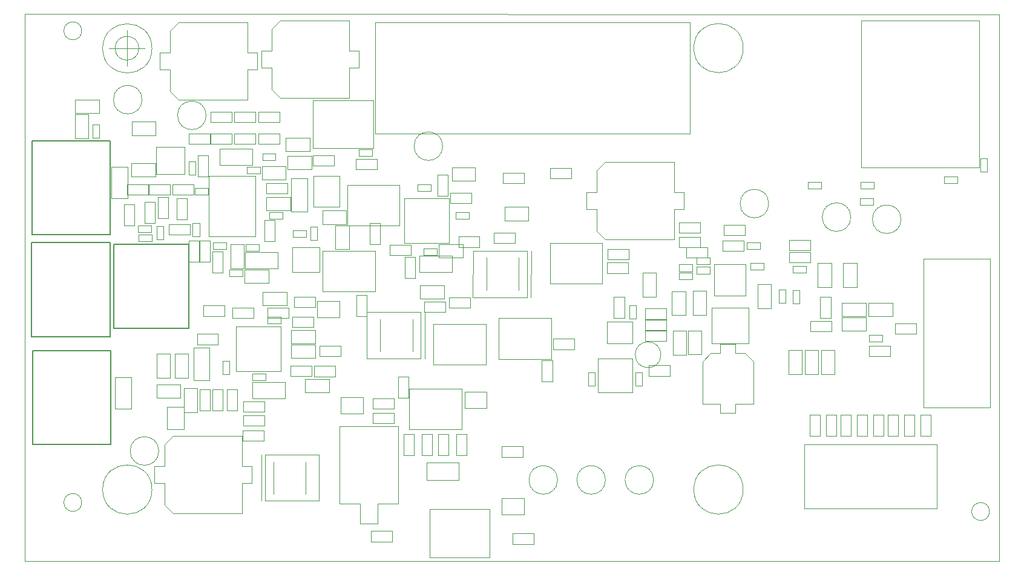
<source format=gbr>
G04 #@! TF.GenerationSoftware,KiCad,Pcbnew,(5.1.2)-1*
G04 #@! TF.CreationDate,2021-03-19T08:47:40+05:45*
G04 #@! TF.ProjectId,Pufferfish-Power-MCU,50756666-6572-4666-9973-682d506f7765,0.0*
G04 #@! TF.SameCoordinates,Original*
G04 #@! TF.FileFunction,Other,User*
%FSLAX46Y46*%
G04 Gerber Fmt 4.6, Leading zero omitted, Abs format (unit mm)*
G04 Created by KiCad (PCBNEW (5.1.2)-1) date 2021-03-19 08:47:40*
%MOMM*%
%LPD*%
G04 APERTURE LIST*
%ADD10C,0.100000*%
%ADD11C,0.010000*%
%ADD12C,0.050000*%
%ADD13C,0.152400*%
%ADD14C,0.120000*%
%ADD15C,0.127000*%
G04 APERTURE END LIST*
D10*
X203287400Y-43052600D02*
X66977400Y-42972600D01*
X203287400Y-119552600D02*
X203287400Y-43052600D01*
X66977400Y-119552600D02*
X203287400Y-119552600D01*
X66977400Y-42972600D02*
X66977400Y-119552600D01*
X82946666Y-47752000D02*
G75*
G03X82946666Y-47752000I-1666666J0D01*
G01*
X78780000Y-47752000D02*
X83780000Y-47752000D01*
X81280000Y-45252000D02*
X81280000Y-50252000D01*
D11*
G04 #@! TO.C,U10*
X140437400Y-80742600D02*
X147787400Y-80742600D01*
X140437400Y-75042600D02*
X140437400Y-80742600D01*
X147787400Y-75042600D02*
X140437400Y-75042600D01*
X147787400Y-80742600D02*
X147787400Y-75042600D01*
G04 #@! TO.C,U9*
X124157400Y-92072600D02*
X131507400Y-92072600D01*
X124157400Y-86372600D02*
X124157400Y-92072600D01*
X131507400Y-86372600D02*
X124157400Y-86372600D01*
X131507400Y-92072600D02*
X131507400Y-86372600D01*
G04 #@! TO.C,U8*
X119437400Y-66882600D02*
X112087400Y-66882600D01*
X119437400Y-72582600D02*
X119437400Y-66882600D01*
X112087400Y-72582600D02*
X119437400Y-72582600D01*
X112087400Y-66882600D02*
X112087400Y-72582600D01*
G04 #@! TO.C,U7*
X108637400Y-81842600D02*
X115987400Y-81842600D01*
X108637400Y-76142600D02*
X108637400Y-81842600D01*
X115987400Y-76142600D02*
X108637400Y-76142600D01*
X115987400Y-81842600D02*
X115987400Y-76142600D01*
G04 #@! TO.C,Q6*
X120767400Y-101122600D02*
X128117400Y-101122600D01*
X120767400Y-95422600D02*
X120767400Y-101122600D01*
X128117400Y-95422600D02*
X120767400Y-95422600D01*
X128117400Y-101122600D02*
X128117400Y-95422600D01*
G04 #@! TO.C,Q5*
X133267400Y-91262600D02*
X140617400Y-91262600D01*
X133267400Y-85562600D02*
X133267400Y-91262600D01*
X140617400Y-85562600D02*
X133267400Y-85562600D01*
X140617400Y-91262600D02*
X140617400Y-85562600D01*
D12*
G04 #@! TO.C,D2*
X81908600Y-93808300D02*
X79608600Y-93808300D01*
X79608600Y-98208300D02*
X79608600Y-93808300D01*
X81908600Y-98208300D02*
X79608600Y-98208300D01*
X81908600Y-93808300D02*
X81908600Y-98208300D01*
G04 #@! TO.C,D1*
X81414000Y-64348000D02*
X79114000Y-64348000D01*
X79114000Y-68748000D02*
X79114000Y-64348000D01*
X81414000Y-68748000D02*
X79114000Y-68748000D01*
X81414000Y-64348000D02*
X81414000Y-68748000D01*
G04 #@! TO.C,P1*
X192678000Y-98060000D02*
X192678000Y-77200000D01*
X192678000Y-77200000D02*
X202038000Y-77200000D01*
X202038000Y-77200000D02*
X202038000Y-98060000D01*
X202038000Y-98060000D02*
X192678000Y-98060000D01*
D13*
G04 #@! TO.C,J5*
X78948802Y-73848288D02*
X78948802Y-60708310D01*
X68008801Y-73848288D02*
X78948802Y-73848288D01*
X68008801Y-60708310D02*
X68008801Y-73848288D01*
X78948802Y-60708310D02*
X68008801Y-60708310D01*
G04 #@! TO.C,J4*
X78897402Y-88132588D02*
X78897402Y-74992610D01*
X67957401Y-88132588D02*
X78897402Y-88132588D01*
X67957401Y-74992610D02*
X67957401Y-88132588D01*
X78897402Y-74992610D02*
X67957401Y-74992610D01*
G04 #@! TO.C,J6*
X78987402Y-90092610D02*
X68047401Y-90092610D01*
X68047401Y-90092610D02*
X68047401Y-103232588D01*
X68047401Y-103232588D02*
X78987402Y-103232588D01*
X78987402Y-103232588D02*
X78987402Y-90092610D01*
D12*
G04 #@! TO.C,C90*
X126206000Y-65449000D02*
X126206000Y-68409000D01*
X124746000Y-65449000D02*
X126206000Y-65449000D01*
X124746000Y-68409000D02*
X124746000Y-65449000D01*
X126206000Y-68409000D02*
X124746000Y-68409000D01*
G04 #@! TO.C,TP4*
X155978000Y-90678000D02*
G75*
G03X155978000Y-90678000I-1800000J0D01*
G01*
D14*
G04 #@! TO.C,L4*
X100087400Y-104647600D02*
X100087400Y-104697600D01*
X100087400Y-111097600D02*
X100087400Y-104647600D01*
X108137400Y-104647600D02*
X108137400Y-111147600D01*
X100637400Y-104647600D02*
X108137400Y-104647600D01*
X100637400Y-111147600D02*
X100637400Y-104647600D01*
D12*
X101777400Y-110177600D02*
X101777400Y-105657600D01*
X106297400Y-105657600D02*
X106297400Y-110177600D01*
D14*
X108137400Y-111147600D02*
X100637400Y-111147600D01*
D12*
G04 #@! TO.C,R26*
X153802400Y-85797600D02*
X156762400Y-85797600D01*
X153802400Y-87257600D02*
X153802400Y-85797600D01*
X156762400Y-87257600D02*
X153802400Y-87257600D01*
X156762400Y-85797600D02*
X156762400Y-87257600D01*
G04 #@! TO.C,F1*
X160005400Y-59676600D02*
X116005400Y-59676600D01*
X160005400Y-59676600D02*
X160005400Y-44176600D01*
X116005400Y-44176600D02*
X116005400Y-59676600D01*
X116005400Y-44176600D02*
X160005400Y-44176600D01*
G04 #@! TO.C,C24*
X85148000Y-108642000D02*
X86548000Y-108642000D01*
X85148000Y-106242000D02*
X85148000Y-108642000D01*
X86548000Y-106242000D02*
X85148000Y-106242000D01*
X86548000Y-108642000D02*
X86548000Y-111692000D01*
X86548000Y-103192000D02*
X86548000Y-106242000D01*
X86548000Y-103192000D02*
X87698000Y-102042000D01*
X86548000Y-111692000D02*
X87698000Y-112842000D01*
X87698000Y-102042000D02*
X97348000Y-102042000D01*
X87698000Y-112842000D02*
X97348000Y-112842000D01*
X97348000Y-108642000D02*
X97348000Y-112842000D01*
X98748000Y-108642000D02*
X97348000Y-108642000D01*
X98748000Y-106242000D02*
X98748000Y-108642000D01*
X97348000Y-106242000D02*
X98748000Y-106242000D01*
X97348000Y-102042000D02*
X97348000Y-106242000D01*
G04 #@! TO.C,FID1*
X201947400Y-112632600D02*
G75*
G03X201947400Y-112632600I-1250000J0D01*
G01*
X74947400Y-111362600D02*
G75*
G03X74947400Y-111362600I-1250000J0D01*
G01*
D15*
G04 #@! TO.C,L3*
X89950000Y-87000000D02*
X89950000Y-75200000D01*
X89950000Y-75200000D02*
X79450000Y-75200000D01*
X79450000Y-75200000D02*
X79450000Y-87000000D01*
X79450000Y-87000000D02*
X89950000Y-87000000D01*
D14*
G04 #@! TO.C,L5*
X122961400Y-84714100D02*
X122948700Y-91241900D01*
X114808000Y-91241900D02*
X114858800Y-84726800D01*
X122364500Y-91241900D02*
X114808000Y-91241900D01*
X122364500Y-84726800D02*
X122364500Y-91241900D01*
X114858800Y-84726800D02*
X122364500Y-84726800D01*
D12*
X121224000Y-85677600D02*
X121224000Y-90197600D01*
X116704000Y-90197600D02*
X116704000Y-85677600D01*
D14*
G04 #@! TO.C,L6*
X137820400Y-76136500D02*
X137807700Y-82664300D01*
X129667000Y-82664300D02*
X129717800Y-76149200D01*
X137223500Y-82664300D02*
X129667000Y-82664300D01*
X137223500Y-76149200D02*
X137223500Y-82664300D01*
X129717800Y-76149200D02*
X137223500Y-76149200D01*
D12*
X136083000Y-77100000D02*
X136083000Y-81620000D01*
X131563000Y-81620000D02*
X131563000Y-77100000D01*
G04 #@! TO.C,J2*
X176033000Y-103196000D02*
X176033000Y-112196000D01*
X194553000Y-103196000D02*
X176033000Y-103196000D01*
X194553000Y-112196000D02*
X194553000Y-103196000D01*
X176033000Y-112196000D02*
X194553000Y-112196000D01*
G04 #@! TO.C,C15*
X94710000Y-76244000D02*
X94710000Y-79204000D01*
X93250000Y-76244000D02*
X94710000Y-76244000D01*
X93250000Y-79204000D02*
X93250000Y-76244000D01*
X94710000Y-79204000D02*
X93250000Y-79204000D01*
G04 #@! TO.C,C80*
X102784000Y-86322000D02*
X100924000Y-86322000D01*
X102784000Y-85382000D02*
X102784000Y-86322000D01*
X100924000Y-85382000D02*
X102784000Y-85382000D01*
X100924000Y-86322000D02*
X100924000Y-85382000D01*
G04 #@! TO.C,J1*
X200528000Y-64460000D02*
X200528000Y-43850000D01*
X200528000Y-43850000D02*
X184028000Y-43850000D01*
X184028000Y-43850000D02*
X184028000Y-64460000D01*
X184028000Y-64460000D02*
X200528000Y-64460000D01*
G04 #@! TO.C,R29*
X158517400Y-78042600D02*
X160377400Y-78042600D01*
X158517400Y-78982600D02*
X158517400Y-78042600D01*
X160377400Y-78982600D02*
X158517400Y-78982600D01*
X160377400Y-78042600D02*
X160377400Y-78982600D01*
G04 #@! TO.C,C23*
X85910000Y-50730000D02*
X87310000Y-50730000D01*
X85910000Y-48330000D02*
X85910000Y-50730000D01*
X87310000Y-48330000D02*
X85910000Y-48330000D01*
X87310000Y-50730000D02*
X87310000Y-53780000D01*
X87310000Y-45280000D02*
X87310000Y-48330000D01*
X87310000Y-45280000D02*
X88460000Y-44130000D01*
X87310000Y-53780000D02*
X88460000Y-54930000D01*
X88460000Y-44130000D02*
X98110000Y-44130000D01*
X88460000Y-54930000D02*
X98110000Y-54930000D01*
X98110000Y-50730000D02*
X98110000Y-54930000D01*
X99510000Y-50730000D02*
X98110000Y-50730000D01*
X99510000Y-48330000D02*
X99510000Y-50730000D01*
X98110000Y-48330000D02*
X99510000Y-48330000D01*
X98110000Y-44130000D02*
X98110000Y-48330000D01*
G04 #@! TO.C,C110*
X185777400Y-66472600D02*
X185777400Y-67412600D01*
X185777400Y-67412600D02*
X183917400Y-67412600D01*
X183917400Y-67412600D02*
X183917400Y-66472600D01*
X183917400Y-66472600D02*
X185777400Y-66472600D01*
G04 #@! TO.C,C16*
X113725600Y-61882600D02*
X115585600Y-61882600D01*
X113725600Y-62822600D02*
X113725600Y-61882600D01*
X115585600Y-62822600D02*
X113725600Y-62822600D01*
X115585600Y-61882600D02*
X115585600Y-62822600D01*
G04 #@! TO.C,C14*
X103038000Y-71640800D02*
X101178000Y-71640800D01*
X103038000Y-70700800D02*
X103038000Y-71640800D01*
X101178000Y-70700800D02*
X103038000Y-70700800D01*
X101178000Y-71640800D02*
X101178000Y-70700800D01*
G04 #@! TO.C,C12*
X99713000Y-75222000D02*
X99713000Y-76162000D01*
X99713000Y-76162000D02*
X97853000Y-76162000D01*
X97853000Y-76162000D02*
X97853000Y-75222000D01*
X97853000Y-75222000D02*
X99713000Y-75222000D01*
G04 #@! TO.C,C9*
X98053800Y-64376200D02*
X99913800Y-64376200D01*
X98053800Y-65316200D02*
X98053800Y-64376200D01*
X99913800Y-65316200D02*
X98053800Y-65316200D01*
X99913800Y-64376200D02*
X99913800Y-65316200D01*
G04 #@! TO.C,C5*
X91420000Y-74070000D02*
X90480000Y-74070000D01*
X90480000Y-74070000D02*
X90480000Y-72210000D01*
X90480000Y-72210000D02*
X91420000Y-72210000D01*
X91420000Y-72210000D02*
X91420000Y-74070000D01*
G04 #@! TO.C,C3*
X90894000Y-63586000D02*
X90894000Y-65446000D01*
X89954000Y-63586000D02*
X90894000Y-63586000D01*
X89954000Y-65446000D02*
X89954000Y-63586000D01*
X90894000Y-65446000D02*
X89954000Y-65446000D01*
G04 #@! TO.C,C30*
X200697400Y-65072600D02*
X200697400Y-63212600D01*
X201637400Y-65072600D02*
X200697400Y-65072600D01*
X201637400Y-63212600D02*
X201637400Y-65072600D01*
X200697400Y-63212600D02*
X201637400Y-63212600D01*
G04 #@! TO.C,C29*
X197432400Y-66622600D02*
X195572400Y-66622600D01*
X197432400Y-65682600D02*
X197432400Y-66622600D01*
X195572400Y-65682600D02*
X197432400Y-65682600D01*
X195572400Y-66622600D02*
X195572400Y-65682600D01*
G04 #@! TO.C,C28*
X183857400Y-68802600D02*
X185717400Y-68802600D01*
X183857400Y-69742600D02*
X183857400Y-68802600D01*
X185717400Y-69742600D02*
X183857400Y-69742600D01*
X185717400Y-68802600D02*
X185717400Y-69742600D01*
G04 #@! TO.C,C27*
X176517400Y-66472600D02*
X178377400Y-66472600D01*
X176517400Y-67412600D02*
X176517400Y-66472600D01*
X178377400Y-67412600D02*
X176517400Y-67412600D01*
X178377400Y-66472600D02*
X178377400Y-67412600D01*
G04 #@! TO.C,C94*
X123812400Y-67772600D02*
X121952400Y-67772600D01*
X123812400Y-66832600D02*
X123812400Y-67772600D01*
X121952400Y-66832600D02*
X123812400Y-66832600D01*
X121952400Y-67772600D02*
X121952400Y-66832600D01*
G04 #@! TO.C,C93*
X122752400Y-75832600D02*
X124612400Y-75832600D01*
X122752400Y-76772600D02*
X122752400Y-75832600D01*
X124612400Y-76772600D02*
X122752400Y-76772600D01*
X124612400Y-75832600D02*
X124612400Y-76772600D01*
G04 #@! TO.C,C88*
X129148500Y-71624400D02*
X127288500Y-71624400D01*
X129148500Y-70684400D02*
X129148500Y-71624400D01*
X127288500Y-70684400D02*
X129148500Y-70684400D01*
X127288500Y-71624400D02*
X127288500Y-70684400D01*
G04 #@! TO.C,C76*
X98802400Y-93307600D02*
X100662400Y-93307600D01*
X98802400Y-94247600D02*
X98802400Y-93307600D01*
X100662400Y-94247600D02*
X98802400Y-94247600D01*
X100662400Y-93307600D02*
X100662400Y-94247600D01*
G04 #@! TO.C,C72*
X95618400Y-91526000D02*
X95618400Y-93386000D01*
X94678400Y-91526000D02*
X95618400Y-91526000D01*
X94678400Y-93386000D02*
X94678400Y-91526000D01*
X95618400Y-93386000D02*
X94678400Y-93386000D01*
G04 #@! TO.C,C59*
X145831000Y-95034000D02*
X145831000Y-93174000D01*
X146771000Y-95034000D02*
X145831000Y-95034000D01*
X146771000Y-93174000D02*
X146771000Y-95034000D01*
X145831000Y-93174000D02*
X146771000Y-93174000D01*
G04 #@! TO.C,C58*
X152435000Y-95034000D02*
X152435000Y-93174000D01*
X153375000Y-95034000D02*
X152435000Y-95034000D01*
X153375000Y-93174000D02*
X153375000Y-95034000D01*
X152435000Y-93174000D02*
X153375000Y-93174000D01*
G04 #@! TO.C,C48*
X186958500Y-88832000D02*
X185098500Y-88832000D01*
X186958500Y-87892000D02*
X186958500Y-88832000D01*
X185098500Y-87892000D02*
X186958500Y-87892000D01*
X185098500Y-88832000D02*
X185098500Y-87892000D01*
G04 #@! TO.C,C41*
X174393500Y-78270000D02*
X176253500Y-78270000D01*
X174393500Y-79210000D02*
X174393500Y-78270000D01*
X176253500Y-79210000D02*
X174393500Y-79210000D01*
X176253500Y-78270000D02*
X176253500Y-79210000D01*
G04 #@! TO.C,C40*
X160387400Y-80122600D02*
X158527400Y-80122600D01*
X160387400Y-79182600D02*
X160387400Y-80122600D01*
X158527400Y-79182600D02*
X160387400Y-79182600D01*
X158527400Y-80122600D02*
X158527400Y-79182600D01*
G04 #@! TO.C,C39*
X170376500Y-78757000D02*
X168516500Y-78757000D01*
X170376500Y-77817000D02*
X170376500Y-78757000D01*
X168516500Y-77817000D02*
X170376500Y-77817000D01*
X168516500Y-78757000D02*
X168516500Y-77817000D01*
G04 #@! TO.C,C38*
X169840000Y-75908000D02*
X167980000Y-75908000D01*
X169840000Y-74968000D02*
X169840000Y-75908000D01*
X167980000Y-74968000D02*
X169840000Y-74968000D01*
X167980000Y-75908000D02*
X167980000Y-74968000D01*
G04 #@! TO.C,C37*
X172511400Y-83410600D02*
X172511400Y-81550600D01*
X173451400Y-83410600D02*
X172511400Y-83410600D01*
X173451400Y-81550600D02*
X173451400Y-83410600D01*
X172511400Y-81550600D02*
X173451400Y-81550600D01*
G04 #@! TO.C,C36*
X174407400Y-83522600D02*
X174407400Y-81662600D01*
X175347400Y-83522600D02*
X174407400Y-83522600D01*
X175347400Y-81662600D02*
X175347400Y-83522600D01*
X174407400Y-81662600D02*
X175347400Y-81662600D01*
G04 #@! TO.C,C26*
X152477400Y-83722600D02*
X152477400Y-85582600D01*
X151537400Y-83722600D02*
X152477400Y-83722600D01*
X151537400Y-85582600D02*
X151537400Y-83722600D01*
X152477400Y-85582600D02*
X151537400Y-85582600D01*
G04 #@! TO.C,C17*
X77432000Y-58483000D02*
X77432000Y-60343000D01*
X76492000Y-58483000D02*
X77432000Y-58483000D01*
X76492000Y-60343000D02*
X76492000Y-58483000D01*
X77432000Y-60343000D02*
X76492000Y-60343000D01*
G04 #@! TO.C,C103*
X100220000Y-62530000D02*
X102080000Y-62530000D01*
X100220000Y-63470000D02*
X100220000Y-62530000D01*
X102080000Y-63470000D02*
X100220000Y-63470000D01*
X102080000Y-62530000D02*
X102080000Y-63470000D01*
G04 #@! TO.C,C6*
X92624000Y-68288000D02*
X90764000Y-68288000D01*
X92624000Y-67348000D02*
X92624000Y-68288000D01*
X90764000Y-67348000D02*
X92624000Y-67348000D01*
X90764000Y-68288000D02*
X90764000Y-67348000D01*
G04 #@! TO.C,C4*
X93304000Y-74968000D02*
X95164000Y-74968000D01*
X93304000Y-75908000D02*
X93304000Y-74968000D01*
X95164000Y-75908000D02*
X93304000Y-75908000D01*
X95164000Y-74968000D02*
X95164000Y-75908000D01*
G04 #@! TO.C,C2*
X86380000Y-72690000D02*
X86380000Y-74550000D01*
X85440000Y-72690000D02*
X86380000Y-72690000D01*
X85440000Y-74550000D02*
X85440000Y-72690000D01*
X86380000Y-74550000D02*
X85440000Y-74550000D01*
G04 #@! TO.C,C1*
X84720000Y-73546000D02*
X82860000Y-73546000D01*
X84720000Y-72606000D02*
X84720000Y-73546000D01*
X82860000Y-72606000D02*
X84720000Y-72606000D01*
X82860000Y-73546000D02*
X82860000Y-72606000D01*
G04 #@! TO.C,U1*
X92762000Y-65600000D02*
X99262000Y-65600000D01*
X99262000Y-65600000D02*
X99262000Y-74100000D01*
X99262000Y-74100000D02*
X92762000Y-74100000D01*
X92762000Y-74100000D02*
X92762000Y-65600000D01*
G04 #@! TO.C,D13*
X126797000Y-64455000D02*
X126797000Y-66355000D01*
X126797000Y-66355000D02*
X129997000Y-66355000D01*
X129997000Y-64455000D02*
X129997000Y-66355000D01*
X126797000Y-64455000D02*
X129997000Y-64455000D01*
G04 #@! TO.C,R38*
X185063500Y-89432000D02*
X188023500Y-89432000D01*
X185063500Y-90892000D02*
X185063500Y-89432000D01*
X188023500Y-90892000D02*
X185063500Y-90892000D01*
X188023500Y-89432000D02*
X188023500Y-90892000D01*
G04 #@! TO.C,R1*
X102597500Y-58134000D02*
X99637500Y-58134000D01*
X102597500Y-56674000D02*
X102597500Y-58134000D01*
X99637500Y-56674000D02*
X102597500Y-56674000D01*
X99637500Y-58134000D02*
X99637500Y-56674000D01*
G04 #@! TO.C,R2*
X99637500Y-59722000D02*
X102597500Y-59722000D01*
X99637500Y-61182000D02*
X99637500Y-59722000D01*
X102597500Y-61182000D02*
X99637500Y-61182000D01*
X102597500Y-59722000D02*
X102597500Y-61182000D01*
G04 #@! TO.C,R3*
X99270000Y-58134000D02*
X96310000Y-58134000D01*
X99270000Y-56674000D02*
X99270000Y-58134000D01*
X96310000Y-56674000D02*
X99270000Y-56674000D01*
X96310000Y-58134000D02*
X96310000Y-56674000D01*
G04 #@! TO.C,R4*
X99270000Y-61182000D02*
X96310000Y-61182000D01*
X99270000Y-59722000D02*
X99270000Y-61182000D01*
X96310000Y-59722000D02*
X99270000Y-59722000D01*
X96310000Y-61182000D02*
X96310000Y-59722000D01*
G04 #@! TO.C,R5*
X95968000Y-58134000D02*
X93008000Y-58134000D01*
X95968000Y-56674000D02*
X95968000Y-58134000D01*
X93008000Y-56674000D02*
X95968000Y-56674000D01*
X93008000Y-58134000D02*
X93008000Y-56674000D01*
G04 #@! TO.C,R6*
X95968000Y-61182000D02*
X93008000Y-61182000D01*
X95968000Y-59722000D02*
X95968000Y-61182000D01*
X93008000Y-59722000D02*
X95968000Y-59722000D01*
X93008000Y-61182000D02*
X93008000Y-59722000D01*
G04 #@! TO.C,R24*
X156696500Y-85667000D02*
X153736500Y-85667000D01*
X156696500Y-84207000D02*
X156696500Y-85667000D01*
X153736500Y-84207000D02*
X156696500Y-84207000D01*
X153736500Y-85667000D02*
X153736500Y-84207000D01*
G04 #@! TO.C,R30*
X164632500Y-74670000D02*
X167592500Y-74670000D01*
X164632500Y-76130000D02*
X164632500Y-74670000D01*
X167592500Y-76130000D02*
X164632500Y-76130000D01*
X167592500Y-74670000D02*
X167592500Y-76130000D01*
G04 #@! TO.C,R31*
X167780000Y-73930000D02*
X164820000Y-73930000D01*
X167780000Y-72470000D02*
X167780000Y-73930000D01*
X164820000Y-72470000D02*
X167780000Y-72470000D01*
X164820000Y-73930000D02*
X164820000Y-72470000D01*
G04 #@! TO.C,R33*
X176869800Y-77746200D02*
X173909800Y-77746200D01*
X176869800Y-76286200D02*
X176869800Y-77746200D01*
X173909800Y-76286200D02*
X176869800Y-76286200D01*
X173909800Y-77746200D02*
X173909800Y-76286200D01*
G04 #@! TO.C,R34*
X161500000Y-75660000D02*
X158540000Y-75660000D01*
X161500000Y-74200000D02*
X161500000Y-75660000D01*
X158540000Y-74200000D02*
X161500000Y-74200000D01*
X158540000Y-75660000D02*
X158540000Y-74200000D01*
G04 #@! TO.C,R35*
X173945000Y-74581000D02*
X176905000Y-74581000D01*
X173945000Y-76041000D02*
X173945000Y-74581000D01*
X176905000Y-76041000D02*
X173945000Y-76041000D01*
X176905000Y-74581000D02*
X176905000Y-76041000D01*
G04 #@! TO.C,R36*
X179837400Y-87432600D02*
X176877400Y-87432600D01*
X179837400Y-85972600D02*
X179837400Y-87432600D01*
X176877400Y-85972600D02*
X179837400Y-85972600D01*
X176877400Y-87432600D02*
X176877400Y-85972600D01*
G04 #@! TO.C,R37*
X179736500Y-82568500D02*
X179736500Y-85528500D01*
X178276500Y-82568500D02*
X179736500Y-82568500D01*
X178276500Y-85528500D02*
X178276500Y-82568500D01*
X179736500Y-85528500D02*
X178276500Y-85528500D01*
G04 #@! TO.C,R41*
X154277400Y-92172600D02*
X157237400Y-92172600D01*
X154277400Y-93632600D02*
X154277400Y-92172600D01*
X157237400Y-93632600D02*
X154277400Y-93632600D01*
X157237400Y-92172600D02*
X157237400Y-93632600D01*
G04 #@! TO.C,R10*
X87332000Y-68294000D02*
X84372000Y-68294000D01*
X87332000Y-66834000D02*
X87332000Y-68294000D01*
X84372000Y-66834000D02*
X87332000Y-66834000D01*
X84372000Y-68294000D02*
X84372000Y-66834000D01*
G04 #@! TO.C,R11*
X83720000Y-72240000D02*
X83720000Y-69280000D01*
X85180000Y-72240000D02*
X83720000Y-72240000D01*
X85180000Y-69280000D02*
X85180000Y-72240000D01*
X83720000Y-69280000D02*
X85180000Y-69280000D01*
G04 #@! TO.C,R12*
X92932000Y-74720000D02*
X92932000Y-77680000D01*
X91472000Y-74720000D02*
X92932000Y-74720000D01*
X91472000Y-77680000D02*
X91472000Y-74720000D01*
X92932000Y-77680000D02*
X91472000Y-77680000D01*
G04 #@! TO.C,R13*
X85600000Y-71530000D02*
X85600000Y-68570000D01*
X87060000Y-71530000D02*
X85600000Y-71530000D01*
X87060000Y-68570000D02*
X87060000Y-71530000D01*
X85600000Y-68570000D02*
X87060000Y-68570000D01*
G04 #@! TO.C,R14*
X81324000Y-66834000D02*
X84284000Y-66834000D01*
X81324000Y-68294000D02*
X81324000Y-66834000D01*
X84284000Y-68294000D02*
X81324000Y-68294000D01*
X84284000Y-66834000D02*
X84284000Y-68294000D01*
G04 #@! TO.C,R15*
X82300000Y-69630000D02*
X82300000Y-72590000D01*
X80840000Y-69630000D02*
X82300000Y-69630000D01*
X80840000Y-72590000D02*
X80840000Y-69630000D01*
X82300000Y-72590000D02*
X80840000Y-72590000D01*
G04 #@! TO.C,R17*
X90580000Y-68300000D02*
X87620000Y-68300000D01*
X90580000Y-66840000D02*
X90580000Y-68300000D01*
X87620000Y-66840000D02*
X90580000Y-66840000D01*
X87620000Y-68300000D02*
X87620000Y-66840000D01*
G04 #@! TO.C,R18*
X88250000Y-71760000D02*
X88250000Y-68800000D01*
X89710000Y-71760000D02*
X88250000Y-71760000D01*
X89710000Y-68800000D02*
X89710000Y-71760000D01*
X88250000Y-68800000D02*
X89710000Y-68800000D01*
G04 #@! TO.C,R19*
X89948000Y-77680000D02*
X89948000Y-74720000D01*
X91408000Y-77680000D02*
X89948000Y-77680000D01*
X91408000Y-74720000D02*
X91408000Y-77680000D01*
X89948000Y-74720000D02*
X91408000Y-74720000D01*
G04 #@! TO.C,R82*
X178273000Y-99078000D02*
X178273000Y-102038000D01*
X176813000Y-99078000D02*
X178273000Y-99078000D01*
X176813000Y-102038000D02*
X176813000Y-99078000D01*
X178273000Y-102038000D02*
X176813000Y-102038000D01*
G04 #@! TO.C,R83*
X180559000Y-99052500D02*
X180559000Y-102012500D01*
X179099000Y-99052500D02*
X180559000Y-99052500D01*
X179099000Y-102012500D02*
X179099000Y-99052500D01*
X180559000Y-102012500D02*
X179099000Y-102012500D01*
G04 #@! TO.C,R84*
X182591000Y-99078000D02*
X182591000Y-102038000D01*
X181131000Y-99078000D02*
X182591000Y-99078000D01*
X181131000Y-102038000D02*
X181131000Y-99078000D01*
X182591000Y-102038000D02*
X181131000Y-102038000D01*
G04 #@! TO.C,R85*
X187163000Y-99103500D02*
X187163000Y-102063500D01*
X185703000Y-99103500D02*
X187163000Y-99103500D01*
X185703000Y-102063500D02*
X185703000Y-99103500D01*
X187163000Y-102063500D02*
X185703000Y-102063500D01*
G04 #@! TO.C,R86*
X184877000Y-99078000D02*
X184877000Y-102038000D01*
X183417000Y-99078000D02*
X184877000Y-99078000D01*
X183417000Y-102038000D02*
X183417000Y-99078000D01*
X184877000Y-102038000D02*
X183417000Y-102038000D01*
G04 #@! TO.C,R87*
X191481000Y-99103500D02*
X191481000Y-102063500D01*
X190021000Y-99103500D02*
X191481000Y-99103500D01*
X190021000Y-102063500D02*
X190021000Y-99103500D01*
X191481000Y-102063500D02*
X190021000Y-102063500D01*
G04 #@! TO.C,R88*
X189195000Y-99052500D02*
X189195000Y-102012500D01*
X187735000Y-99052500D02*
X189195000Y-99052500D01*
X187735000Y-102012500D02*
X187735000Y-99052500D01*
X189195000Y-102012500D02*
X187735000Y-102012500D01*
G04 #@! TO.C,R89*
X193734000Y-99123500D02*
X193734000Y-102083500D01*
X192274000Y-99123500D02*
X193734000Y-99123500D01*
X192274000Y-102083500D02*
X192274000Y-99123500D01*
X193734000Y-102083500D02*
X192274000Y-102083500D01*
G04 #@! TO.C,U5*
X102815000Y-86755000D02*
X96575000Y-86755000D01*
X102815000Y-92995000D02*
X102815000Y-86755000D01*
X96575000Y-92995000D02*
X102815000Y-92995000D01*
X96575000Y-86755000D02*
X96575000Y-92995000D01*
G04 #@! TO.C,U4*
X152007400Y-89102600D02*
X152007400Y-86002600D01*
X148407400Y-89102600D02*
X148407400Y-86002600D01*
X148407400Y-86002600D02*
X152007400Y-86002600D01*
X148407400Y-89102600D02*
X152007400Y-89102600D01*
G04 #@! TO.C,U11*
X126310000Y-68762000D02*
X120070000Y-68762000D01*
X126310000Y-75002000D02*
X126310000Y-68762000D01*
X120070000Y-75002000D02*
X126310000Y-75002000D01*
X120070000Y-68762000D02*
X120070000Y-75002000D01*
G04 #@! TO.C,C104*
X145600000Y-70288000D02*
X147000000Y-70288000D01*
X145600000Y-67888000D02*
X145600000Y-70288000D01*
X147000000Y-67888000D02*
X145600000Y-67888000D01*
X147000000Y-70288000D02*
X147000000Y-73338000D01*
X147000000Y-64838000D02*
X147000000Y-67888000D01*
X147000000Y-64838000D02*
X148150000Y-63688000D01*
X147000000Y-73338000D02*
X148150000Y-74488000D01*
X148150000Y-63688000D02*
X157800000Y-63688000D01*
X148150000Y-74488000D02*
X157800000Y-74488000D01*
X157800000Y-70288000D02*
X157800000Y-74488000D01*
X159200000Y-70288000D02*
X157800000Y-70288000D01*
X159200000Y-67888000D02*
X159200000Y-70288000D01*
X157800000Y-67888000D02*
X159200000Y-67888000D01*
X157800000Y-63688000D02*
X157800000Y-67888000D01*
G04 #@! TO.C,C105*
X100134000Y-50476000D02*
X101534000Y-50476000D01*
X100134000Y-48076000D02*
X100134000Y-50476000D01*
X101534000Y-48076000D02*
X100134000Y-48076000D01*
X101534000Y-50476000D02*
X101534000Y-53526000D01*
X101534000Y-45026000D02*
X101534000Y-48076000D01*
X101534000Y-45026000D02*
X102684000Y-43876000D01*
X101534000Y-53526000D02*
X102684000Y-54676000D01*
X102684000Y-43876000D02*
X112334000Y-43876000D01*
X102684000Y-54676000D02*
X112334000Y-54676000D01*
X112334000Y-50476000D02*
X112334000Y-54676000D01*
X113734000Y-50476000D02*
X112334000Y-50476000D01*
X113734000Y-48076000D02*
X113734000Y-50476000D01*
X112334000Y-48076000D02*
X113734000Y-48076000D01*
X112334000Y-43876000D02*
X112334000Y-48076000D01*
G04 #@! TO.C,C101*
X106836000Y-60264000D02*
X106836000Y-62164000D01*
X106836000Y-62164000D02*
X103476000Y-62164000D01*
X103476000Y-62164000D02*
X103476000Y-60264000D01*
X103476000Y-60264000D02*
X106836000Y-60264000D01*
G04 #@! TO.C,C102*
X107090000Y-62804000D02*
X107090000Y-64704000D01*
X107090000Y-64704000D02*
X103730000Y-64704000D01*
X103730000Y-64704000D02*
X103730000Y-62804000D01*
X103730000Y-62804000D02*
X107090000Y-62804000D01*
G04 #@! TO.C,C19*
X75880000Y-60354000D02*
X73980000Y-60354000D01*
X73980000Y-60354000D02*
X73980000Y-56994000D01*
X73980000Y-56994000D02*
X75880000Y-56994000D01*
X75880000Y-56994000D02*
X75880000Y-60354000D01*
G04 #@! TO.C,C21*
X77372000Y-54930000D02*
X77372000Y-56830000D01*
X77372000Y-56830000D02*
X74012000Y-56830000D01*
X74012000Y-56830000D02*
X74012000Y-54930000D01*
X74012000Y-54930000D02*
X77372000Y-54930000D01*
G04 #@! TO.C,C25*
X156737400Y-88757600D02*
X153777400Y-88757600D01*
X156737400Y-87297600D02*
X156737400Y-88757600D01*
X153777400Y-87297600D02*
X156737400Y-87297600D01*
X153777400Y-88757600D02*
X153777400Y-87297600D01*
G04 #@! TO.C,C31*
X155307400Y-82582600D02*
X153407400Y-82582600D01*
X153407400Y-82582600D02*
X153407400Y-79222600D01*
X153407400Y-79222600D02*
X155307400Y-79222600D01*
X155307400Y-79222600D02*
X155307400Y-82582600D01*
G04 #@! TO.C,C32*
X157522800Y-81772000D02*
X159422800Y-81772000D01*
X159422800Y-81772000D02*
X159422800Y-85132000D01*
X159422800Y-85132000D02*
X157522800Y-85132000D01*
X157522800Y-85132000D02*
X157522800Y-81772000D01*
G04 #@! TO.C,C33*
X160427400Y-81734600D02*
X162327400Y-81734600D01*
X162327400Y-81734600D02*
X162327400Y-85094600D01*
X162327400Y-85094600D02*
X160427400Y-85094600D01*
X160427400Y-85094600D02*
X160427400Y-81734600D01*
G04 #@! TO.C,C34*
X169491400Y-80800600D02*
X171391400Y-80800600D01*
X171391400Y-80800600D02*
X171391400Y-84160600D01*
X171391400Y-84160600D02*
X169491400Y-84160600D01*
X169491400Y-84160600D02*
X169491400Y-80800600D01*
G04 #@! TO.C,C35*
X159527400Y-75632600D02*
X162487400Y-75632600D01*
X159527400Y-77092600D02*
X159527400Y-75632600D01*
X162487400Y-77092600D02*
X159527400Y-77092600D01*
X162487400Y-75632600D02*
X162487400Y-77092600D01*
G04 #@! TO.C,C42*
X179829500Y-81230500D02*
X177929500Y-81230500D01*
X177929500Y-81230500D02*
X177929500Y-77870500D01*
X177929500Y-77870500D02*
X179829500Y-77870500D01*
X179829500Y-77870500D02*
X179829500Y-81230500D01*
G04 #@! TO.C,C43*
X183385500Y-81230500D02*
X181485500Y-81230500D01*
X181485500Y-81230500D02*
X181485500Y-77870500D01*
X181485500Y-77870500D02*
X183385500Y-77870500D01*
X183385500Y-77870500D02*
X183385500Y-81230500D01*
G04 #@! TO.C,C44*
X157640200Y-87308500D02*
X159540200Y-87308500D01*
X159540200Y-87308500D02*
X159540200Y-90668500D01*
X159540200Y-90668500D02*
X157640200Y-90668500D01*
X157640200Y-90668500D02*
X157640200Y-87308500D01*
G04 #@! TO.C,C45*
X164287400Y-89212600D02*
X164287400Y-90462600D01*
X166387400Y-89212600D02*
X164287400Y-89212600D01*
X166387400Y-90462600D02*
X166387400Y-89212600D01*
X164287400Y-90462600D02*
X162937400Y-90462600D01*
X167737400Y-90462600D02*
X166387400Y-90462600D01*
X167737400Y-90462600D02*
X168887400Y-91612600D01*
X162937400Y-90462600D02*
X161787400Y-91612600D01*
X168887400Y-91612600D02*
X168887400Y-97562600D01*
X161787400Y-91612600D02*
X161787400Y-97562600D01*
X164287400Y-97562600D02*
X161787400Y-97562600D01*
X164287400Y-98812600D02*
X164287400Y-97562600D01*
X166387400Y-98812600D02*
X164287400Y-98812600D01*
X166387400Y-97562600D02*
X166387400Y-98812600D01*
X168887400Y-97562600D02*
X166387400Y-97562600D01*
G04 #@! TO.C,C46*
X176088000Y-90014000D02*
X177988000Y-90014000D01*
X177988000Y-90014000D02*
X177988000Y-93374000D01*
X177988000Y-93374000D02*
X176088000Y-93374000D01*
X176088000Y-93374000D02*
X176088000Y-90014000D01*
G04 #@! TO.C,C47*
X173802000Y-90014000D02*
X175702000Y-90014000D01*
X175702000Y-90014000D02*
X175702000Y-93374000D01*
X175702000Y-93374000D02*
X173802000Y-93374000D01*
X173802000Y-93374000D02*
X173802000Y-90014000D01*
G04 #@! TO.C,C49*
X178374000Y-90014000D02*
X180274000Y-90014000D01*
X180274000Y-90014000D02*
X180274000Y-93374000D01*
X180274000Y-93374000D02*
X178374000Y-93374000D01*
X178374000Y-93374000D02*
X178374000Y-90014000D01*
G04 #@! TO.C,C52*
X184686000Y-85412000D02*
X184686000Y-87312000D01*
X184686000Y-87312000D02*
X181326000Y-87312000D01*
X181326000Y-87312000D02*
X181326000Y-85412000D01*
X181326000Y-85412000D02*
X184686000Y-85412000D01*
G04 #@! TO.C,C53*
X185010000Y-85278000D02*
X185010000Y-83378000D01*
X185010000Y-83378000D02*
X188370000Y-83378000D01*
X188370000Y-83378000D02*
X188370000Y-85278000D01*
X188370000Y-85278000D02*
X185010000Y-85278000D01*
G04 #@! TO.C,C54*
X184672000Y-83378000D02*
X184672000Y-85278000D01*
X184672000Y-85278000D02*
X181312000Y-85278000D01*
X181312000Y-85278000D02*
X181312000Y-83378000D01*
X181312000Y-83378000D02*
X184672000Y-83378000D01*
G04 #@! TO.C,C55*
X149402400Y-85532600D02*
X149402400Y-82572600D01*
X150862400Y-85532600D02*
X149402400Y-85532600D01*
X150862400Y-82572600D02*
X150862400Y-85532600D01*
X149402400Y-82572600D02*
X150862400Y-82572600D01*
G04 #@! TO.C,C56*
X159761100Y-87293500D02*
X161661100Y-87293500D01*
X161661100Y-87293500D02*
X161661100Y-90653500D01*
X161661100Y-90653500D02*
X159761100Y-90653500D01*
X159761100Y-90653500D02*
X159761100Y-87293500D01*
G04 #@! TO.C,C60*
X143887400Y-89907600D02*
X140927400Y-89907600D01*
X143887400Y-88447600D02*
X143887400Y-89907600D01*
X140927400Y-88447600D02*
X143887400Y-88447600D01*
X140927400Y-89907600D02*
X140927400Y-88447600D01*
G04 #@! TO.C,C61*
X139327400Y-94445100D02*
X139327400Y-91485100D01*
X140787400Y-94445100D02*
X139327400Y-94445100D01*
X140787400Y-91485100D02*
X140787400Y-94445100D01*
X139327400Y-91485100D02*
X140787400Y-91485100D01*
G04 #@! TO.C,C62*
X120655400Y-93715500D02*
X120655400Y-96675500D01*
X119195400Y-93715500D02*
X120655400Y-93715500D01*
X119195400Y-96675500D02*
X119195400Y-93715500D01*
X120655400Y-96675500D02*
X119195400Y-96675500D01*
G04 #@! TO.C,C63*
X115702400Y-98822600D02*
X118662400Y-98822600D01*
X115702400Y-100282600D02*
X115702400Y-98822600D01*
X118662400Y-100282600D02*
X115702400Y-100282600D01*
X118662400Y-98822600D02*
X118662400Y-100282600D01*
G04 #@! TO.C,C65*
X115702400Y-96797600D02*
X118662400Y-96797600D01*
X115702400Y-98257600D02*
X115702400Y-96797600D01*
X118662400Y-98257600D02*
X115702400Y-98257600D01*
X118662400Y-96797600D02*
X118662400Y-98257600D01*
G04 #@! TO.C,C67*
X91472000Y-98508000D02*
X91472000Y-95548000D01*
X92932000Y-98508000D02*
X91472000Y-98508000D01*
X92932000Y-95548000D02*
X92932000Y-98508000D01*
X91472000Y-95548000D02*
X92932000Y-95548000D01*
G04 #@! TO.C,C68*
X94710000Y-95548000D02*
X94710000Y-98508000D01*
X93250000Y-95548000D02*
X94710000Y-95548000D01*
X93250000Y-98508000D02*
X93250000Y-95548000D01*
X94710000Y-98508000D02*
X93250000Y-98508000D01*
G04 #@! TO.C,C69*
X97553900Y-97183300D02*
X100513900Y-97183300D01*
X97553900Y-98643300D02*
X97553900Y-97183300D01*
X100513900Y-98643300D02*
X97553900Y-98643300D01*
X100513900Y-97183300D02*
X100513900Y-98643300D01*
G04 #@! TO.C,C71*
X97465000Y-101298100D02*
X100425000Y-101298100D01*
X97465000Y-102758100D02*
X97465000Y-101298100D01*
X100425000Y-102758100D02*
X97465000Y-102758100D01*
X100425000Y-101298100D02*
X100425000Y-102758100D01*
G04 #@! TO.C,C73*
X94037400Y-89232600D02*
X91077400Y-89232600D01*
X94037400Y-87772600D02*
X94037400Y-89232600D01*
X91077400Y-87772600D02*
X94037400Y-87772600D01*
X91077400Y-89232600D02*
X91077400Y-87772600D01*
G04 #@! TO.C,C74*
X97528500Y-99189900D02*
X100488500Y-99189900D01*
X97528500Y-100649900D02*
X97528500Y-99189900D01*
X100488500Y-100649900D02*
X97528500Y-100649900D01*
X100488500Y-99189900D02*
X100488500Y-100649900D01*
G04 #@! TO.C,C75*
X95282000Y-98508000D02*
X95282000Y-95548000D01*
X96742000Y-98508000D02*
X95282000Y-98508000D01*
X96742000Y-95548000D02*
X96742000Y-98508000D01*
X95282000Y-95548000D02*
X96742000Y-95548000D01*
G04 #@! TO.C,C77*
X110387400Y-93707600D02*
X107427400Y-93707600D01*
X110387400Y-92247600D02*
X110387400Y-93707600D01*
X107427400Y-92247600D02*
X110387400Y-92247600D01*
X107427400Y-93707600D02*
X107427400Y-92247600D01*
G04 #@! TO.C,C78*
X104184000Y-92234000D02*
X107144000Y-92234000D01*
X104184000Y-93694000D02*
X104184000Y-92234000D01*
X107144000Y-93694000D02*
X104184000Y-93694000D01*
X107144000Y-92234000D02*
X107144000Y-93694000D01*
G04 #@! TO.C,C79*
X113402400Y-85282600D02*
X113402400Y-82322600D01*
X114862400Y-85282600D02*
X113402400Y-85282600D01*
X114862400Y-82322600D02*
X114862400Y-85282600D01*
X113402400Y-82322600D02*
X114862400Y-82322600D01*
G04 #@! TO.C,C81*
X103887400Y-85557600D02*
X100927400Y-85557600D01*
X103887400Y-84097600D02*
X103887400Y-85557600D01*
X100927400Y-84097600D02*
X103887400Y-84097600D01*
X100927400Y-85557600D02*
X100927400Y-84097600D01*
G04 #@! TO.C,C82*
X119957400Y-104714600D02*
X119957400Y-101754600D01*
X121417400Y-104714600D02*
X119957400Y-104714600D01*
X121417400Y-101754600D02*
X121417400Y-104714600D01*
X119957400Y-101754600D02*
X121417400Y-101754600D01*
G04 #@! TO.C,C83*
X127323400Y-104714600D02*
X127323400Y-101754600D01*
X128783400Y-104714600D02*
X127323400Y-104714600D01*
X128783400Y-101754600D02*
X128783400Y-104714600D01*
X127323400Y-101754600D02*
X128783400Y-101754600D01*
G04 #@! TO.C,C84*
X122495000Y-104714600D02*
X122495000Y-101754600D01*
X123955000Y-104714600D02*
X122495000Y-104714600D01*
X123955000Y-101754600D02*
X123955000Y-104714600D01*
X122495000Y-101754600D02*
X123955000Y-101754600D01*
G04 #@! TO.C,C85*
X115237400Y-75242600D02*
X115237400Y-72282600D01*
X116697400Y-75242600D02*
X115237400Y-75242600D01*
X116697400Y-72282600D02*
X116697400Y-75242600D01*
X115237400Y-72282600D02*
X116697400Y-72282600D01*
G04 #@! TO.C,C86*
X124783400Y-104737000D02*
X124783400Y-101777000D01*
X126243400Y-104737000D02*
X124783400Y-104737000D01*
X126243400Y-101777000D02*
X126243400Y-104737000D01*
X124783400Y-101777000D02*
X126243400Y-101777000D01*
G04 #@! TO.C,C87*
X107398000Y-86836000D02*
X104438000Y-86836000D01*
X107398000Y-85376000D02*
X107398000Y-86836000D01*
X104438000Y-85376000D02*
X107398000Y-85376000D01*
X104438000Y-86836000D02*
X104438000Y-85376000D01*
G04 #@! TO.C,C92*
X129480000Y-69482600D02*
X126520000Y-69482600D01*
X129480000Y-68022600D02*
X129480000Y-69482600D01*
X126520000Y-68022600D02*
X129480000Y-68022600D01*
X126520000Y-69482600D02*
X126520000Y-68022600D01*
G04 #@! TO.C,C95*
X151454300Y-77349100D02*
X148494300Y-77349100D01*
X151454300Y-75889100D02*
X151454300Y-77349100D01*
X148494300Y-75889100D02*
X151454300Y-75889100D01*
X148494300Y-77349100D02*
X148494300Y-75889100D01*
G04 #@! TO.C,C96*
X151403500Y-79241400D02*
X148443500Y-79241400D01*
X151403500Y-77781400D02*
X151403500Y-79241400D01*
X148443500Y-77781400D02*
X151403500Y-77781400D01*
X148443500Y-79241400D02*
X148443500Y-77781400D01*
G04 #@! TO.C,C97*
X125813000Y-84677000D02*
X122853000Y-84677000D01*
X125813000Y-83217000D02*
X125813000Y-84677000D01*
X122853000Y-83217000D02*
X125813000Y-83217000D01*
X122853000Y-84677000D02*
X122853000Y-83217000D01*
G04 #@! TO.C,D5*
X161500000Y-73628000D02*
X158540000Y-73628000D01*
X161500000Y-72168000D02*
X161500000Y-73628000D01*
X158540000Y-72168000D02*
X161500000Y-72168000D01*
X158540000Y-73628000D02*
X158540000Y-72168000D01*
G04 #@! TO.C,D6*
X188717400Y-86262600D02*
X191677400Y-86262600D01*
X188717400Y-87722600D02*
X188717400Y-86262600D01*
X191677400Y-87722600D02*
X188717400Y-87722600D01*
X191677400Y-86262600D02*
X191677400Y-87722600D01*
G04 #@! TO.C,D9*
X133685400Y-103520600D02*
X136645400Y-103520600D01*
X133685400Y-104980600D02*
X133685400Y-103520600D01*
X136645400Y-104980600D02*
X133685400Y-104980600D01*
X136645400Y-103520600D02*
X136645400Y-104980600D01*
G04 #@! TO.C,D10*
X140506000Y-64548000D02*
X143466000Y-64548000D01*
X140506000Y-66008000D02*
X140506000Y-64548000D01*
X143466000Y-66008000D02*
X140506000Y-66008000D01*
X143466000Y-64548000D02*
X143466000Y-66008000D01*
G04 #@! TO.C,FID1*
X74947400Y-45322600D02*
G75*
G03X74947400Y-45322600I-1250000J0D01*
G01*
G04 #@! TO.C,H3*
X84777000Y-47780000D02*
G75*
G03X84777000Y-47780000I-3450000J0D01*
G01*
G04 #@! TO.C,J3*
X113857400Y-111567600D02*
X111027400Y-111567600D01*
X113857400Y-114327600D02*
X113857400Y-111567600D01*
X116357400Y-114327600D02*
X113857400Y-114327600D01*
X116357400Y-111567600D02*
X116357400Y-114327600D01*
X119187400Y-111567600D02*
X116357400Y-111567600D01*
X119187400Y-100657600D02*
X119187400Y-111567600D01*
X111027400Y-100657600D02*
X119187400Y-100657600D01*
X111027400Y-111567600D02*
X111027400Y-100657600D01*
G04 #@! TO.C,L1*
X163065800Y-84077200D02*
X163065800Y-89131800D01*
X168222000Y-89131800D02*
X163065800Y-89131800D01*
X168222000Y-84077200D02*
X163065800Y-84077200D01*
X168222000Y-84077200D02*
X168222000Y-89131800D01*
G04 #@! TO.C,R28*
X162867400Y-78032600D02*
X161007400Y-78032600D01*
X162867400Y-77092600D02*
X162867400Y-78032600D01*
X161007400Y-77092600D02*
X162867400Y-77092600D01*
X161007400Y-78032600D02*
X161007400Y-77092600D01*
G04 #@! TO.C,R32*
X160997400Y-78380600D02*
X162857400Y-78380600D01*
X160997400Y-79320600D02*
X160997400Y-78380600D01*
X162857400Y-79320600D02*
X160997400Y-79320600D01*
X162857400Y-78380600D02*
X162857400Y-79320600D01*
G04 #@! TO.C,R7*
X84743000Y-74816000D02*
X82883000Y-74816000D01*
X84743000Y-73876000D02*
X84743000Y-74816000D01*
X82883000Y-73876000D02*
X84743000Y-73876000D01*
X82883000Y-74816000D02*
X82883000Y-73876000D01*
G04 #@! TO.C,TP7*
X123207400Y-105752600D02*
X127707400Y-105752600D01*
X127707400Y-105752600D02*
X127707400Y-108252600D01*
X127707400Y-108252600D02*
X123207400Y-108252600D01*
X123207400Y-108252600D02*
X123207400Y-105752600D01*
G04 #@! TO.C,TP18*
X136832400Y-110727600D02*
X133732400Y-110727600D01*
X136832400Y-113027600D02*
X136832400Y-110727600D01*
X133732400Y-113027600D02*
X136832400Y-113027600D01*
X133732400Y-110727600D02*
X133732400Y-113027600D01*
G04 #@! TO.C,TP19*
X111024000Y-83178000D02*
X107924000Y-83178000D01*
X111024000Y-85478000D02*
X111024000Y-83178000D01*
X107924000Y-85478000D02*
X111024000Y-85478000D01*
X107924000Y-83178000D02*
X107924000Y-85478000D01*
G04 #@! TO.C,TP21*
X86925000Y-98000000D02*
X86925000Y-101100000D01*
X89225000Y-98000000D02*
X86925000Y-98000000D01*
X89225000Y-101100000D02*
X89225000Y-98000000D01*
X86925000Y-101100000D02*
X89225000Y-101100000D01*
G04 #@! TO.C,TP22*
X111182400Y-98902600D02*
X114282400Y-98902600D01*
X111182400Y-96602600D02*
X111182400Y-98902600D01*
X114282400Y-96602600D02*
X111182400Y-96602600D01*
X114282400Y-98902600D02*
X114282400Y-96602600D01*
G04 #@! TO.C,TP23*
X131607400Y-95852600D02*
X128507400Y-95852600D01*
X131607400Y-98152600D02*
X131607400Y-95852600D01*
X128507400Y-98152600D02*
X131607400Y-98152600D01*
X128507400Y-95852600D02*
X128507400Y-98152600D01*
G04 #@! TO.C,U2*
X163400000Y-82400000D02*
X163400000Y-78000000D01*
X167800000Y-82400000D02*
X163400000Y-82400000D01*
X167800000Y-78000000D02*
X167800000Y-82400000D01*
X163400000Y-78000000D02*
X167800000Y-78000000D01*
G04 #@! TO.C,U6*
X147203000Y-91173000D02*
X152003000Y-91173000D01*
X147203000Y-95973000D02*
X147203000Y-91173000D01*
X152003000Y-95973000D02*
X147203000Y-95973000D01*
X152003000Y-91173000D02*
X152003000Y-95973000D01*
G04 #@! TO.C,C89*
X120174000Y-79966000D02*
X120174000Y-77006000D01*
X121634000Y-79966000D02*
X120174000Y-79966000D01*
X121634000Y-77006000D02*
X121634000Y-79966000D01*
X120174000Y-77006000D02*
X121634000Y-77006000D01*
G04 #@! TO.C,C91*
X118052400Y-75297600D02*
X121012400Y-75297600D01*
X118052400Y-76757600D02*
X118052400Y-75297600D01*
X121012400Y-76757600D02*
X118052400Y-76757600D01*
X121012400Y-75297600D02*
X121012400Y-76757600D01*
G04 #@! TO.C,C7*
X85246000Y-63820000D02*
X85246000Y-65720000D01*
X85246000Y-65720000D02*
X81886000Y-65720000D01*
X81886000Y-65720000D02*
X81886000Y-63820000D01*
X81886000Y-63820000D02*
X85246000Y-63820000D01*
G04 #@! TO.C,C8*
X81936000Y-58034000D02*
X85296000Y-58034000D01*
X81936000Y-59934000D02*
X81936000Y-58034000D01*
X85296000Y-59934000D02*
X81936000Y-59934000D01*
X85296000Y-58034000D02*
X85296000Y-59934000D01*
G04 #@! TO.C,C10*
X100790000Y-68100000D02*
X100790000Y-66640000D01*
X100790000Y-66640000D02*
X103750000Y-66640000D01*
X103750000Y-66640000D02*
X103750000Y-68100000D01*
X103750000Y-68100000D02*
X100790000Y-68100000D01*
G04 #@! TO.C,C11*
X100160000Y-66160000D02*
X100160000Y-64260000D01*
X100160000Y-64260000D02*
X103520000Y-64260000D01*
X103520000Y-64260000D02*
X103520000Y-66160000D01*
X103520000Y-66160000D02*
X100160000Y-66160000D01*
G04 #@! TO.C,C13*
X100476300Y-71837100D02*
X101936300Y-71837100D01*
X101936300Y-71837100D02*
X101936300Y-74797100D01*
X101936300Y-74797100D02*
X100476300Y-74797100D01*
X100476300Y-74797100D02*
X100476300Y-71837100D01*
G04 #@! TO.C,C57*
X104160000Y-70490000D02*
X100800000Y-70490000D01*
X104160000Y-68590000D02*
X104160000Y-70490000D01*
X100800000Y-68590000D02*
X104160000Y-68590000D01*
X100800000Y-70490000D02*
X100800000Y-68590000D01*
G04 #@! TO.C,C106*
X95773200Y-75231200D02*
X97673200Y-75231200D01*
X97673200Y-75231200D02*
X97673200Y-78591200D01*
X97673200Y-78591200D02*
X95773200Y-78591200D01*
X95773200Y-78591200D02*
X95773200Y-75231200D01*
G04 #@! TO.C,C107*
X101087400Y-80627600D02*
X97727400Y-80627600D01*
X101087400Y-78727600D02*
X101087400Y-80627600D01*
X97727400Y-78727600D02*
X101087400Y-78727600D01*
X97727400Y-80627600D02*
X97727400Y-78727600D01*
G04 #@! TO.C,D11*
X104260000Y-70676000D02*
X104260000Y-65976000D01*
X104260000Y-65976000D02*
X106560000Y-65976000D01*
X106560000Y-65976000D02*
X106560000Y-70676000D01*
X104260000Y-70676000D02*
X106560000Y-70676000D01*
G04 #@! TO.C,H2*
X167477000Y-109550000D02*
G75*
G03X167477000Y-109550000I-3450000J0D01*
G01*
G04 #@! TO.C,H5*
X84777000Y-109550000D02*
G75*
G03X84777000Y-109550000I-3450000J0D01*
G01*
G04 #@! TO.C,H6*
X167480000Y-47735500D02*
G75*
G03X167480000Y-47735500I-3450000J0D01*
G01*
G04 #@! TO.C,J7*
X115726000Y-61778000D02*
X115726000Y-55028000D01*
X115726000Y-55028000D02*
X107326000Y-55028000D01*
X107326000Y-55028000D02*
X107326000Y-61778000D01*
X107326000Y-61778000D02*
X115726000Y-61778000D01*
G04 #@! TO.C,Q1*
X89376000Y-61600000D02*
X89376000Y-65400000D01*
X85376000Y-61600000D02*
X89376000Y-61600000D01*
X85376000Y-65400000D02*
X85376000Y-61600000D01*
X89376000Y-65400000D02*
X85376000Y-65400000D01*
G04 #@! TO.C,Q2*
X104380000Y-75600000D02*
X108180000Y-75600000D01*
X104380000Y-79100000D02*
X104380000Y-75600000D01*
X108180000Y-79100000D02*
X104380000Y-79100000D01*
X108180000Y-75600000D02*
X108180000Y-79100000D01*
G04 #@! TO.C,R8*
X92678000Y-65742000D02*
X91218000Y-65742000D01*
X91218000Y-65742000D02*
X91218000Y-62782000D01*
X91218000Y-62782000D02*
X92678000Y-62782000D01*
X92678000Y-62782000D02*
X92678000Y-65742000D01*
G04 #@! TO.C,R9*
X89960000Y-61182000D02*
X89960000Y-59722000D01*
X89960000Y-59722000D02*
X92920000Y-59722000D01*
X92920000Y-59722000D02*
X92920000Y-61182000D01*
X92920000Y-61182000D02*
X89960000Y-61182000D01*
G04 #@! TO.C,R21*
X98800000Y-61872000D02*
X98800000Y-64112000D01*
X98800000Y-64112000D02*
X94240000Y-64112000D01*
X94240000Y-64112000D02*
X94240000Y-61872000D01*
X94240000Y-61872000D02*
X98800000Y-61872000D01*
G04 #@! TO.C,R45*
X107912000Y-74590000D02*
X106972000Y-74590000D01*
X106972000Y-74590000D02*
X106972000Y-72730000D01*
X106972000Y-72730000D02*
X107912000Y-72730000D01*
X107912000Y-72730000D02*
X107912000Y-74590000D01*
G04 #@! TO.C,R46*
X104500000Y-74220000D02*
X104500000Y-73280000D01*
X104500000Y-73280000D02*
X106360000Y-73280000D01*
X106360000Y-73280000D02*
X106360000Y-74220000D01*
X106360000Y-74220000D02*
X104500000Y-74220000D01*
G04 #@! TO.C,R52*
X87310000Y-90522000D02*
X87310000Y-93882000D01*
X85410000Y-90522000D02*
X87310000Y-90522000D01*
X85410000Y-93882000D02*
X85410000Y-90522000D01*
X87310000Y-93882000D02*
X85410000Y-93882000D01*
G04 #@! TO.C,R59*
X87166000Y-72422000D02*
X90126000Y-72422000D01*
X87166000Y-73882000D02*
X87166000Y-72422000D01*
X90126000Y-73882000D02*
X87166000Y-73882000D01*
X90126000Y-72422000D02*
X90126000Y-73882000D01*
G04 #@! TO.C,R60*
X95602700Y-78752600D02*
X97462700Y-78752600D01*
X95602700Y-79692600D02*
X95602700Y-78752600D01*
X97462700Y-79692600D02*
X95602700Y-79692600D01*
X97462700Y-78752600D02*
X97462700Y-79692600D01*
G04 #@! TO.C,R62*
X116288000Y-64738000D02*
X113328000Y-64738000D01*
X116288000Y-63278000D02*
X116288000Y-64738000D01*
X113328000Y-63278000D02*
X116288000Y-63278000D01*
X113328000Y-64738000D02*
X113328000Y-63278000D01*
G04 #@! TO.C,R63*
X107302400Y-64182600D02*
X107302400Y-62722600D01*
X107302400Y-62722600D02*
X110262400Y-62722600D01*
X110262400Y-62722600D02*
X110262400Y-64182600D01*
X110262400Y-64182600D02*
X107302400Y-64182600D01*
G04 #@! TO.C,R72*
X87950000Y-90522000D02*
X89850000Y-90522000D01*
X89850000Y-90522000D02*
X89850000Y-93882000D01*
X89850000Y-93882000D02*
X87950000Y-93882000D01*
X87950000Y-93882000D02*
X87950000Y-90522000D01*
G04 #@! TO.C,R78*
X107598000Y-89220000D02*
X107598000Y-91120000D01*
X107598000Y-91120000D02*
X104238000Y-91120000D01*
X104238000Y-91120000D02*
X104238000Y-89220000D01*
X104238000Y-89220000D02*
X107598000Y-89220000D01*
G04 #@! TO.C,R79*
X104238000Y-89088000D02*
X104238000Y-87188000D01*
X104238000Y-87188000D02*
X107598000Y-87188000D01*
X107598000Y-87188000D02*
X107598000Y-89088000D01*
X107598000Y-89088000D02*
X104238000Y-89088000D01*
G04 #@! TO.C,R80*
X106177400Y-94052600D02*
X109537400Y-94052600D01*
X106177400Y-95952600D02*
X106177400Y-94052600D01*
X109537400Y-95952600D02*
X106177400Y-95952600D01*
X109537400Y-94052600D02*
X109537400Y-95952600D01*
G04 #@! TO.C,R93*
X134107400Y-69972600D02*
X137467400Y-69972600D01*
X134107400Y-71872600D02*
X134107400Y-69972600D01*
X137467400Y-71872600D02*
X134107400Y-71872600D01*
X137467400Y-69972600D02*
X137467400Y-71872600D01*
G04 #@! TO.C,R96*
X125632000Y-82865000D02*
X122272000Y-82865000D01*
X125632000Y-80965000D02*
X125632000Y-82865000D01*
X122272000Y-80965000D02*
X125632000Y-80965000D01*
X122272000Y-82865000D02*
X122272000Y-80965000D01*
G04 #@! TO.C,R_SENSE_3*
X122177400Y-76857600D02*
X126737400Y-76857600D01*
X122177400Y-79097600D02*
X122177400Y-76857600D01*
X126737400Y-79097600D02*
X122177400Y-79097600D01*
X126737400Y-76857600D02*
X126737400Y-79097600D01*
G04 #@! TO.C,Q3*
X111045000Y-65638000D02*
X111045000Y-69998000D01*
X111045000Y-69998000D02*
X107395000Y-69998000D01*
X107395000Y-69998000D02*
X107395000Y-65638000D01*
X107395000Y-65638000D02*
X111045000Y-65638000D01*
G04 #@! TO.C,R61*
X102356000Y-76350000D02*
X102356000Y-78590000D01*
X102356000Y-78590000D02*
X97796000Y-78590000D01*
X97796000Y-78590000D02*
X97796000Y-76350000D01*
X97796000Y-76350000D02*
X102356000Y-76350000D01*
G04 #@! TO.C,R_SENSE_1*
X90574000Y-94228000D02*
X90574000Y-89668000D01*
X92814000Y-94228000D02*
X90574000Y-94228000D01*
X92814000Y-89668000D02*
X92814000Y-94228000D01*
X90574000Y-89668000D02*
X92814000Y-89668000D01*
G04 #@! TO.C,R_SENSE_2*
X103412400Y-94532600D02*
X103412400Y-96772600D01*
X103412400Y-96772600D02*
X98852400Y-96772600D01*
X98852400Y-96772600D02*
X98852400Y-94532600D01*
X98852400Y-94532600D02*
X103412400Y-94532600D01*
G04 #@! TO.C,TP1*
X125444000Y-61468000D02*
G75*
G03X125444000Y-61468000I-2000000J0D01*
G01*
G04 #@! TO.C,TP2*
X83382400Y-54952600D02*
G75*
G03X83382400Y-54952600I-2000000J0D01*
G01*
G04 #@! TO.C,TP3*
X85727400Y-104152600D02*
G75*
G03X85727400Y-104152600I-2000000J0D01*
G01*
G04 #@! TO.C,TP5*
X189567400Y-71702600D02*
G75*
G03X189567400Y-71702600I-2000000J0D01*
G01*
G04 #@! TO.C,TP6*
X182547400Y-71402600D02*
G75*
G03X182547400Y-71402600I-2000000J0D01*
G01*
G04 #@! TO.C,TP9*
X92350000Y-57150000D02*
G75*
G03X92350000Y-57150000I-2000000J0D01*
G01*
G04 #@! TO.C,TP15*
X154957400Y-108204000D02*
G75*
G03X154957400Y-108204000I-2000000J0D01*
G01*
G04 #@! TO.C,TP16*
X141517000Y-108204000D02*
G75*
G03X141517000Y-108204000I-2000000J0D01*
G01*
G04 #@! TO.C,TP17*
X148217000Y-108204000D02*
G75*
G03X148217000Y-108204000I-2000000J0D01*
G01*
G04 #@! TO.C,D7*
X94887400Y-83797600D02*
X94887400Y-85257600D01*
X94887400Y-85257600D02*
X91927400Y-85257600D01*
X91927400Y-85257600D02*
X91927400Y-83797600D01*
X91927400Y-83797600D02*
X94887400Y-83797600D01*
G04 #@! TO.C,R44*
X103630000Y-83800000D02*
X100270000Y-83800000D01*
X103630000Y-81900000D02*
X103630000Y-83800000D01*
X100270000Y-81900000D02*
X103630000Y-81900000D01*
X100270000Y-83800000D02*
X100270000Y-81900000D01*
G04 #@! TO.C,R50*
X99016000Y-85566000D02*
X96056000Y-85566000D01*
X99016000Y-84106000D02*
X99016000Y-85566000D01*
X96056000Y-84106000D02*
X99016000Y-84106000D01*
X96056000Y-85566000D02*
X96056000Y-84106000D01*
G04 #@! TO.C,R66*
X111208000Y-89440000D02*
X111208000Y-90900000D01*
X111208000Y-90900000D02*
X108248000Y-90900000D01*
X108248000Y-90900000D02*
X108248000Y-89440000D01*
X108248000Y-89440000D02*
X111208000Y-89440000D01*
G04 #@! TO.C,R67*
X130613600Y-75609200D02*
X127653600Y-75609200D01*
X130613600Y-74149200D02*
X130613600Y-75609200D01*
X127653600Y-74149200D02*
X130613600Y-74149200D01*
X127653600Y-75609200D02*
X127653600Y-74149200D01*
G04 #@! TO.C,R68*
X133902000Y-66643000D02*
X133902000Y-65183000D01*
X133902000Y-65183000D02*
X136862000Y-65183000D01*
X136862000Y-65183000D02*
X136862000Y-66643000D01*
X136862000Y-66643000D02*
X133902000Y-66643000D01*
G04 #@! TO.C,R69*
X88780000Y-94808000D02*
X88780000Y-96708000D01*
X88780000Y-96708000D02*
X85420000Y-96708000D01*
X85420000Y-96708000D02*
X85420000Y-94808000D01*
X85420000Y-94808000D02*
X88780000Y-94808000D01*
G04 #@! TO.C,R98*
X107637400Y-82572600D02*
X107637400Y-84032600D01*
X107637400Y-84032600D02*
X104677400Y-84032600D01*
X104677400Y-84032600D02*
X104677400Y-82572600D01*
X104677400Y-82572600D02*
X107637400Y-82572600D01*
G04 #@! TO.C,R100*
X129317400Y-84112600D02*
X126357400Y-84112600D01*
X129317400Y-82652600D02*
X129317400Y-84112600D01*
X126357400Y-82652600D02*
X129317400Y-82652600D01*
X126357400Y-84112600D02*
X126357400Y-82652600D01*
G04 #@! TO.C,R101*
X135537400Y-75032600D02*
X132577400Y-75032600D01*
X135537400Y-73572600D02*
X135537400Y-75032600D01*
X132577400Y-73572600D02*
X135537400Y-73572600D01*
X132577400Y-75032600D02*
X132577400Y-73572600D01*
G04 #@! TO.C,C108*
X110457400Y-72547600D02*
X112357400Y-72547600D01*
X112357400Y-72547600D02*
X112357400Y-75907600D01*
X112357400Y-75907600D02*
X110457400Y-75907600D01*
X110457400Y-75907600D02*
X110457400Y-72547600D01*
G04 #@! TO.C,C109*
X108602400Y-70502600D02*
X111962400Y-70502600D01*
X108602400Y-72402600D02*
X108602400Y-70502600D01*
X111962400Y-72402600D02*
X108602400Y-72402600D01*
X111962400Y-70502600D02*
X111962400Y-72402600D01*
G04 #@! TO.C,R73*
X91120000Y-98708000D02*
X89220000Y-98708000D01*
X89220000Y-98708000D02*
X89220000Y-95348000D01*
X89220000Y-95348000D02*
X91120000Y-95348000D01*
X91120000Y-95348000D02*
X91120000Y-98708000D01*
G04 #@! TO.C,R94*
X128297400Y-77092600D02*
X124937400Y-77092600D01*
X128297400Y-75192600D02*
X128297400Y-77092600D01*
X124937400Y-75192600D02*
X128297400Y-75192600D01*
X124937400Y-77092600D02*
X124937400Y-75192600D01*
G04 #@! TO.C,TP10*
X171057400Y-69502600D02*
G75*
G03X171057400Y-69502600I-2000000J0D01*
G01*
G04 #@! TO.C,J8*
X132019400Y-119038600D02*
X132019400Y-112288600D01*
X132019400Y-112288600D02*
X123619400Y-112288600D01*
X123619400Y-112288600D02*
X123619400Y-119038600D01*
X123619400Y-119038600D02*
X132019400Y-119038600D01*
G04 #@! TO.C,R103*
X135209400Y-115712600D02*
X138169400Y-115712600D01*
X135209400Y-117172600D02*
X135209400Y-115712600D01*
X138169400Y-117172600D02*
X135209400Y-117172600D01*
X138169400Y-115712600D02*
X138169400Y-117172600D01*
G04 #@! TO.C,R25*
X118412400Y-115372600D02*
X118412400Y-116832600D01*
X118412400Y-116832600D02*
X115452400Y-116832600D01*
X115452400Y-116832600D02*
X115452400Y-115372600D01*
X115452400Y-115372600D02*
X118412400Y-115372600D01*
G04 #@! TD*
M02*

</source>
